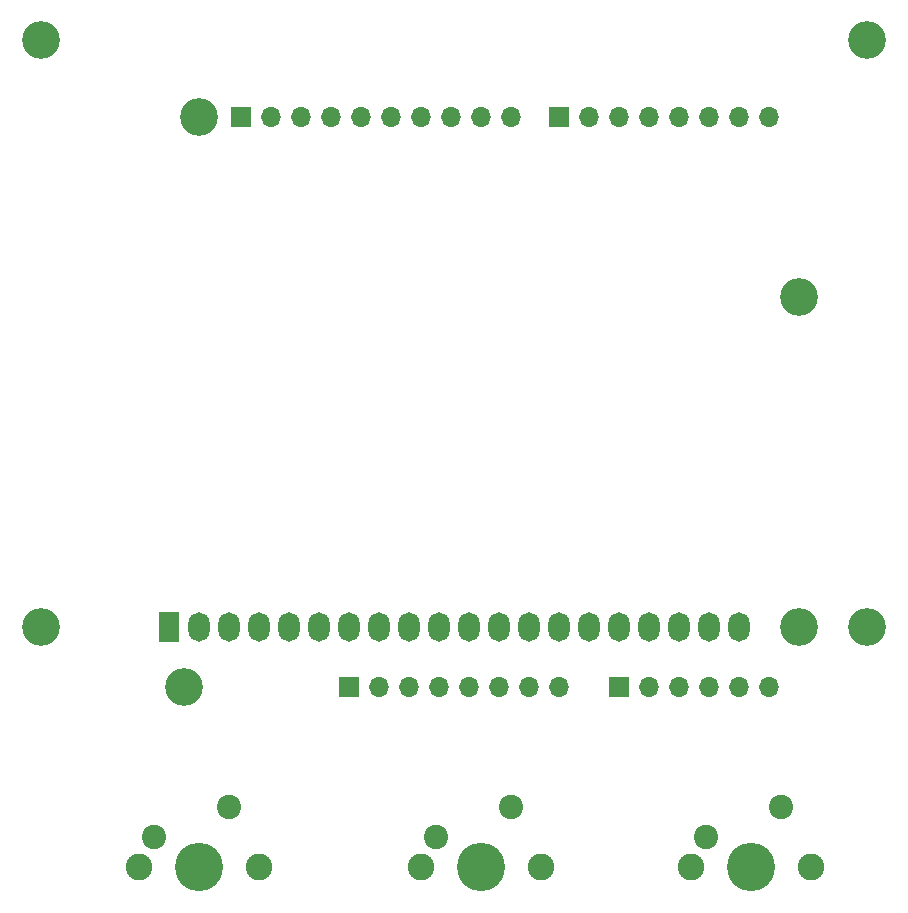
<source format=gbr>
%TF.GenerationSoftware,KiCad,Pcbnew,7.0.10*%
%TF.CreationDate,2024-02-11T11:32:57+13:00*%
%TF.ProjectId,conway_proj,636f6e77-6179-45f7-9072-6f6a2e6b6963,rev?*%
%TF.SameCoordinates,Original*%
%TF.FileFunction,Soldermask,Top*%
%TF.FilePolarity,Negative*%
%FSLAX46Y46*%
G04 Gerber Fmt 4.6, Leading zero omitted, Abs format (unit mm)*
G04 Created by KiCad (PCBNEW 7.0.10) date 2024-02-11 11:32:57*
%MOMM*%
%LPD*%
G01*
G04 APERTURE LIST*
%ADD10C,2.260600*%
%ADD11C,4.089400*%
%ADD12C,2.057400*%
%ADD13R,1.700000X1.700000*%
%ADD14O,1.700000X1.700000*%
%ADD15O,1.800000X2.500000*%
%ADD16R,1.800000X2.500000*%
%ADD17C,3.200000*%
G04 APERTURE END LIST*
D10*
%TO.C,MX_BUTTON3*%
X141656000Y-178740000D03*
X131496000Y-178740000D03*
D11*
X136576000Y-178740000D03*
D12*
X139116000Y-173660000D03*
X132766000Y-176200000D03*
%TD*%
D10*
%TO.C,MX_BUTTON2*%
X118796000Y-178740000D03*
X108636000Y-178740000D03*
D11*
X113716000Y-178740000D03*
D12*
X116256000Y-173660000D03*
X109906000Y-176200000D03*
%TD*%
%TO.C,MX_BUTTON1*%
X86030000Y-176200000D03*
X92380000Y-173660000D03*
D11*
X89840000Y-178740000D03*
D10*
X84760000Y-178740000D03*
X94920000Y-178740000D03*
%TD*%
D13*
%TO.C,J1*%
X102540000Y-163500000D03*
D14*
X105080000Y-163500000D03*
X107620000Y-163500000D03*
X110160000Y-163500000D03*
X112700000Y-163500000D03*
X115240000Y-163500000D03*
X117780000Y-163500000D03*
X120320000Y-163500000D03*
%TD*%
D13*
%TO.C,J3*%
X125400000Y-163500000D03*
D14*
X127940000Y-163500000D03*
X130480000Y-163500000D03*
X133020000Y-163500000D03*
X135560000Y-163500000D03*
X138100000Y-163500000D03*
%TD*%
D13*
%TO.C,J2*%
X93396000Y-115240000D03*
D14*
X95936000Y-115240000D03*
X98476000Y-115240000D03*
X101016000Y-115240000D03*
X103556000Y-115240000D03*
X106096000Y-115240000D03*
X108636000Y-115240000D03*
X111176000Y-115240000D03*
X113716000Y-115240000D03*
X116256000Y-115240000D03*
%TD*%
D13*
%TO.C,J4*%
X120320000Y-115240000D03*
D14*
X122860000Y-115240000D03*
X125400000Y-115240000D03*
X127940000Y-115240000D03*
X130480000Y-115240000D03*
X133020000Y-115240000D03*
X135560000Y-115240000D03*
X138100000Y-115240000D03*
%TD*%
D15*
%TO.C,DS1*%
X135560000Y-158420000D03*
X133020000Y-158420000D03*
X130480000Y-158420000D03*
X127940000Y-158420000D03*
X125400000Y-158420000D03*
X122860000Y-158420000D03*
X120320000Y-158420000D03*
X117780000Y-158420000D03*
X115240000Y-158420000D03*
X112700000Y-158420000D03*
X110160000Y-158420000D03*
X107620000Y-158420000D03*
X105080000Y-158420000D03*
X102540000Y-158420000D03*
X100000000Y-158420000D03*
X97460000Y-158420000D03*
X94920000Y-158420000D03*
X92380000Y-158420000D03*
X89840000Y-158420000D03*
D16*
X87300000Y-158420000D03*
D17*
X146430000Y-108720000D03*
X76430000Y-108720000D03*
X146430000Y-158420000D03*
X76430000Y-158420000D03*
%TD*%
%TO.C,MH1*%
X89840000Y-115240000D03*
%TD*%
%TO.C,MH2*%
X88570000Y-163500000D03*
%TD*%
%TO.C,MH3*%
X140640000Y-130480000D03*
%TD*%
%TO.C,MH4*%
X140640000Y-158420000D03*
%TD*%
M02*

</source>
